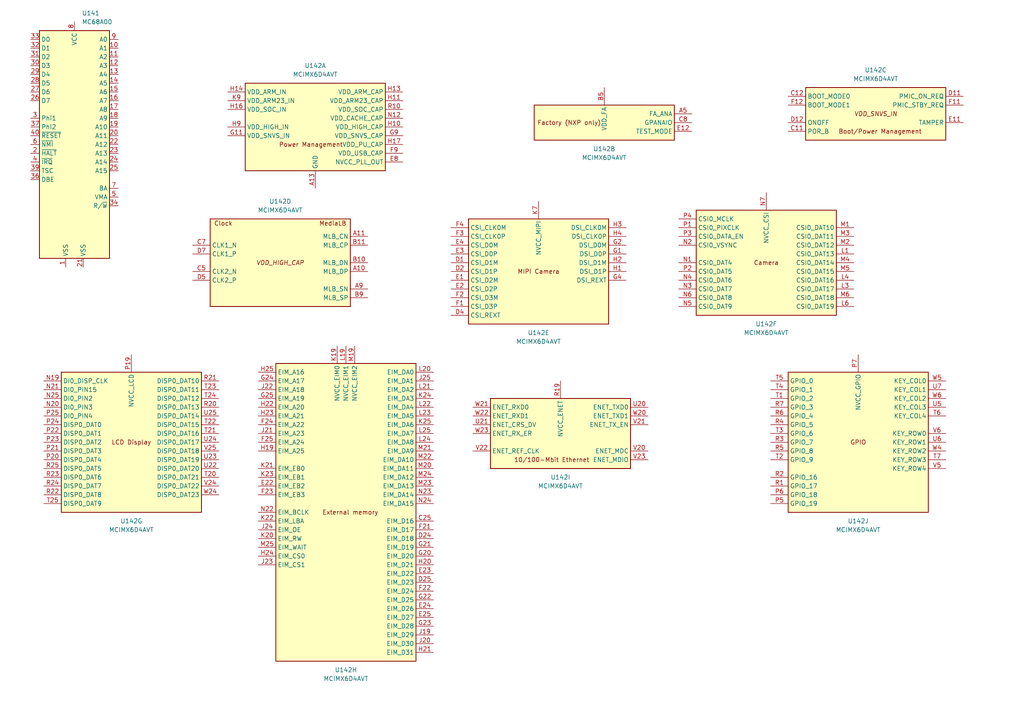
<source format=kicad_sch>
(kicad_sch (version 20250114) (generator "eeschema") (generator_version "9.0")
  (paper "A4")
  (symbol (lib_id "CPU_NXP_IMX:MCIMX6D4AVT") (at 248.92 128.27 0) (unit 10)
    (property "Reference" "U142" (at 248.92 151.13 0))
    (property "Value" "MCIMX6D4AVT" (at 248.92 153.67 0))
    (property "Footprint" "Package_BGA:BGA-624_21x21mm_Layout25x25_P0.8mm" (effects (hide yes)))
    (property "Datasheet" "https://www.nxp.com/docs/en/data-sheet/IMX6DQAEC.pdf" (effects (hide yes)))
    (property "Description" "i.MX 6Dual Automotive and Infotainment Application Processor, BGA-624" (effects (hide yes)))
  )
  (symbol (lib_id "CPU_NXP_IMX:MCIMX6D4AVT") (at 156.21 78.74 0) (unit 5)
    (property "Reference" "U142" (at 156.21 96.52 0))
    (property "Value" "MCIMX6D4AVT" (at 156.21 99.06 0))
    (property "Footprint" "Package_BGA:BGA-624_21x21mm_Layout25x25_P0.8mm" (effects (hide yes)))
    (property "Datasheet" "https://www.nxp.com/docs/en/data-sheet/IMX6DQAEC.pdf" (effects (hide yes)))
    (property "Description" "i.MX 6Dual Automotive and Infotainment Application Processor, BGA-624" (effects (hide yes)))
  )
  (symbol (lib_id "CPU_NXP_IMX:MCIMX6D4AVT") (at 91.44 36.83 0) (unit 1)
    (property "Reference" "U142" (at 91.44 19.05 0))
    (property "Value" "MCIMX6D4AVT" (at 91.44 21.59 0))
    (property "Footprint" "Package_BGA:BGA-624_21x21mm_Layout25x25_P0.8mm" (effects (hide yes)))
    (property "Datasheet" "https://www.nxp.com/docs/en/data-sheet/IMX6DQAEC.pdf" (effects (hide yes)))
    (property "Description" "i.MX 6Dual Automotive and Infotainment Application Processor, BGA-624" (effects (hide yes)))
  )
  (symbol (lib_id "CPU_NXP_IMX:MCIMX6D4AVT") (at 222.25 76.2 0) (unit 6)
    (property "Reference" "U142" (at 222.25 93.98 0))
    (property "Value" "MCIMX6D4AVT" (at 222.25 96.52 0))
    (property "Footprint" "Package_BGA:BGA-624_21x21mm_Layout25x25_P0.8mm" (effects (hide yes)))
    (property "Datasheet" "https://www.nxp.com/docs/en/data-sheet/IMX6DQAEC.pdf" (effects (hide yes)))
    (property "Description" "i.MX 6Dual Automotive and Infotainment Application Processor, BGA-624" (effects (hide yes)))
  )
  (symbol (lib_id "CPU_NXP_IMX:MCIMX6D4AVT") (at 175.26 35.56 0) (unit 2)
    (property "Reference" "U142" (at 175.26 43.18 0))
    (property "Value" "MCIMX6D4AVT" (at 175.26 45.72 0))
    (property "Footprint" "Package_BGA:BGA-624_21x21mm_Layout25x25_P0.8mm" (effects (hide yes)))
    (property "Datasheet" "https://www.nxp.com/docs/en/data-sheet/IMX6DQAEC.pdf" (effects (hide yes)))
    (property "Description" "i.MX 6Dual Automotive and Infotainment Application Processor, BGA-624" (effects (hide yes)))
  )
  (symbol (lib_id "CPU_NXP_IMX:MCIMX6D4AVT") (at 254 33.02 0) (unit 3)
    (property "Reference" "U142" (at 254 20.32 0))
    (property "Value" "MCIMX6D4AVT" (at 254 22.86 0))
    (property "Footprint" "Package_BGA:BGA-624_21x21mm_Layout25x25_P0.8mm" (effects (hide yes)))
    (property "Datasheet" "https://www.nxp.com/docs/en/data-sheet/IMX6DQAEC.pdf" (effects (hide yes)))
    (property "Description" "i.MX 6Dual Automotive and Infotainment Application Processor, BGA-624" (effects (hide yes)))
  )
  (symbol (lib_id "CPU_NXP_6800:MC68A00") (at 21.59 41.91 0) (unit 1)
    (property "Reference" "U141" (at 23.7333 3.81 0) (effects (justify left)))
    (property "Value" "MC68A00" (at 23.7333 6.35 0) (effects (justify left)))
    (property "Footprint" "Package_DIP:DIP-40_W15.24mm" (effects (hide yes)))
    (property "Datasheet" "http://pdf.datasheetcatalog.com/datasheet/motorola/MC68A00L.pdf" (effects (hide yes)))
    (property "Description" "8-Bit Microprocessing unit 1.5MHz, DIP-40" (effects (hide yes)))
  )
  (symbol (lib_id "CPU_NXP_IMX:MCIMX6D4AVT") (at 100.33 148.59 0) (unit 8)
    (property "Reference" "U142" (at 100.33 194.31 0))
    (property "Value" "MCIMX6D4AVT" (at 100.33 196.85 0))
    (property "Footprint" "Package_BGA:BGA-624_21x21mm_Layout25x25_P0.8mm" (effects (hide yes)))
    (property "Datasheet" "https://www.nxp.com/docs/en/data-sheet/IMX6DQAEC.pdf" (effects (hide yes)))
    (property "Description" "i.MX 6Dual Automotive and Infotainment Application Processor, BGA-624" (effects (hide yes)))
  )
  (symbol (lib_id "CPU_NXP_IMX:MCIMX6D4AVT") (at 81.28 76.2 0) (unit 4)
    (property "Reference" "U142" (at 81.28 58.42 0))
    (property "Value" "MCIMX6D4AVT" (at 81.28 60.96 0))
    (property "Footprint" "Package_BGA:BGA-624_21x21mm_Layout25x25_P0.8mm" (effects (hide yes)))
    (property "Datasheet" "https://www.nxp.com/docs/en/data-sheet/IMX6DQAEC.pdf" (effects (hide yes)))
    (property "Description" "i.MX 6Dual Automotive and Infotainment Application Processor, BGA-624" (effects (hide yes)))
  )
  (symbol (lib_id "CPU_NXP_IMX:MCIMX6D4AVT") (at 38.1 128.27 0) (unit 7)
    (property "Reference" "U142" (at 38.1 151.13 0))
    (property "Value" "MCIMX6D4AVT" (at 38.1 153.67 0))
    (property "Footprint" "Package_BGA:BGA-624_21x21mm_Layout25x25_P0.8mm" (effects (hide yes)))
    (property "Datasheet" "https://www.nxp.com/docs/en/data-sheet/IMX6DQAEC.pdf" (effects (hide yes)))
    (property "Description" "i.MX 6Dual Automotive and Infotainment Application Processor, BGA-624" (effects (hide yes)))
  )
  (symbol (lib_id "CPU_NXP_IMX:MCIMX6D4AVT") (at 162.56 125.73 0) (unit 9)
    (property "Reference" "U142" (at 162.56 138.43 0))
    (property "Value" "MCIMX6D4AVT" (at 162.56 140.97 0))
    (property "Footprint" "Package_BGA:BGA-624_21x21mm_Layout25x25_P0.8mm" (effects (hide yes)))
    (property "Datasheet" "https://www.nxp.com/docs/en/data-sheet/IMX6DQAEC.pdf" (effects (hide yes)))
    (property "Description" "i.MX 6Dual Automotive and Infotainment Application Processor, BGA-624" (effects (hide yes)))
  )
)
</source>
